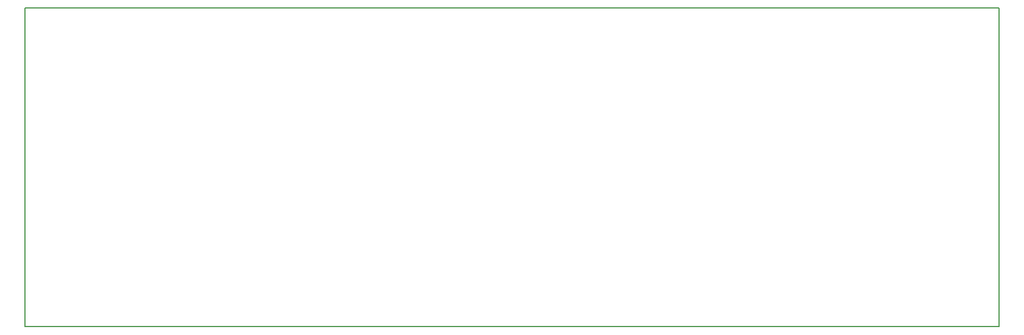
<source format=gm1>
G04 #@! TF.FileFunction,Profile,NP*
%FSLAX46Y46*%
G04 Gerber Fmt 4.6, Leading zero omitted, Abs format (unit mm)*
G04 Created by KiCad (PCBNEW 4.0.4+e1-6308~48~ubuntu15.10.1-stable) date Fri Oct 20 15:41:00 2017*
%MOMM*%
%LPD*%
G01*
G04 APERTURE LIST*
%ADD10C,0.100000*%
%ADD11C,0.150000*%
G04 APERTURE END LIST*
D10*
D11*
X225425000Y-138430000D02*
X80010000Y-138430000D01*
X225425000Y-90805000D02*
X225425000Y-138430000D01*
X80010000Y-90805000D02*
X225425000Y-90805000D01*
X80010000Y-138430000D02*
X80010000Y-90805000D01*
M02*

</source>
